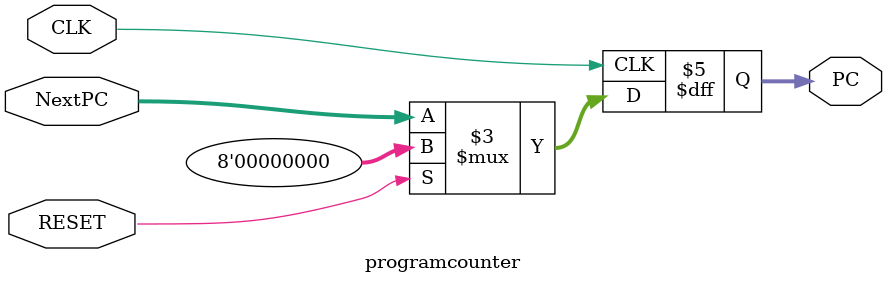
<source format=v>
module programcounter(CLK,RESET,PC,NextPC);

	input CLK,RESET;

	input [7:0] NextPC;

	output reg [7:0] PC; 


	always @ (posedge CLK) begin    //always block to keep track of and modify PC
		if(RESET) begin 
			PC <= 8'b00000000;
		end else begin
			PC <= NextPC;
		end
	end
endmodule
</source>
